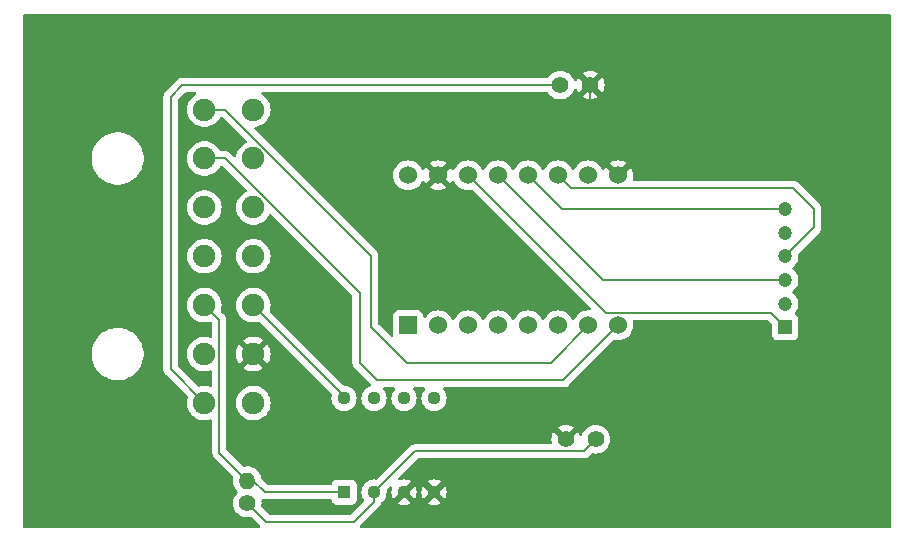
<source format=gbr>
%TF.GenerationSoftware,KiCad,Pcbnew,8.0.7*%
%TF.CreationDate,2025-02-17T19:38:04-05:00*%
%TF.ProjectId,peripheralBoard,70657269-7068-4657-9261-6c426f617264,rev?*%
%TF.SameCoordinates,Original*%
%TF.FileFunction,Copper,L1,Top*%
%TF.FilePolarity,Positive*%
%FSLAX46Y46*%
G04 Gerber Fmt 4.6, Leading zero omitted, Abs format (unit mm)*
G04 Created by KiCad (PCBNEW 8.0.7) date 2025-02-17 19:38:04*
%MOMM*%
%LPD*%
G01*
G04 APERTURE LIST*
%TA.AperFunction,ComponentPad*%
%ADD10C,1.200000*%
%TD*%
%TA.AperFunction,ComponentPad*%
%ADD11R,1.200000X1.200000*%
%TD*%
%TA.AperFunction,ComponentPad*%
%ADD12C,1.908000*%
%TD*%
%TA.AperFunction,ComponentPad*%
%ADD13R,1.130000X1.130000*%
%TD*%
%TA.AperFunction,ComponentPad*%
%ADD14C,1.130000*%
%TD*%
%TA.AperFunction,ComponentPad*%
%ADD15R,1.530000X1.530000*%
%TD*%
%TA.AperFunction,ComponentPad*%
%ADD16C,1.530000*%
%TD*%
%TA.AperFunction,ComponentPad*%
%ADD17C,1.400000*%
%TD*%
%TA.AperFunction,ComponentPad*%
%ADD18O,1.400000X1.400000*%
%TD*%
%TA.AperFunction,ComponentPad*%
%ADD19C,1.422400*%
%TD*%
%TA.AperFunction,Conductor*%
%ADD20C,0.200000*%
%TD*%
G04 APERTURE END LIST*
D10*
%TO.P,J3,3,3*%
%TO.N,/A-*%
X224050000Y-76012500D03*
%TO.P,J3,4,4*%
%TO.N,/B+*%
X224050000Y-74012500D03*
%TO.P,J3,5,5*%
%TO.N,unconnected-(J3-Pad5)*%
X224050000Y-72012500D03*
%TO.P,J3,6,6*%
%TO.N,/A+*%
X224050000Y-70012500D03*
%TO.P,J3,2,2*%
%TO.N,unconnected-(J3-Pad2)*%
X224050000Y-78012500D03*
D11*
%TO.P,J3,1,1*%
%TO.N,/B-*%
X224050000Y-80012500D03*
%TD*%
D12*
%TO.P,J1,14,14*%
%TO.N,/step2*%
X174861602Y-61580002D03*
%TO.P,J1,13,13*%
%TO.N,/dir2*%
X174861602Y-65720001D03*
%TO.P,J1,12,12*%
%TO.N,unconnected-(J1-Pad12)*%
X174861602Y-69860001D03*
%TO.P,J1,11,11*%
%TO.N,unconnected-(J1-Pad11)*%
X174861602Y-74000000D03*
%TO.P,J1,10,10*%
%TO.N,/pressureCS2*%
X174861602Y-78139999D03*
%TO.P,J1,9,9*%
%TO.N,/irVout2*%
X174861602Y-82279999D03*
%TO.P,J1,8,8*%
%TO.N,/irVin*%
X174861602Y-86419998D03*
%TO.P,J1,7,7*%
%TO.N,/MOSI*%
X179001599Y-61580002D03*
%TO.P,J1,6,6*%
%TO.N,/MISO*%
X179001599Y-65720001D03*
%TO.P,J1,5,5*%
%TO.N,/SCK*%
X179001599Y-69860001D03*
%TO.P,J1,4,4*%
%TO.N,+12V*%
X179001599Y-74000000D03*
%TO.P,J1,3,3*%
%TO.N,+5V*%
X179001599Y-78139999D03*
%TO.P,J1,2,2*%
%TO.N,GND*%
X179001599Y-82279999D03*
%TO.P,J1,1,1*%
%TO.N,/3V3*%
X179001599Y-86419998D03*
%TD*%
D13*
%TO.P,U2,1,1OUT*%
%TO.N,/pressureCS2*%
X186690000Y-93970000D03*
D14*
%TO.P,U2,2,1IN-*%
%TO.N,/IN-*%
X189230000Y-93970000D03*
%TO.P,U2,3,1IN+*%
%TO.N,GND*%
X191770000Y-93970000D03*
%TO.P,U2,4,GND*%
X194310000Y-93970000D03*
%TO.P,U2,5,2IN+*%
%TO.N,unconnected-(U2-2IN+-Pad5)*%
X194310000Y-86030000D03*
%TO.P,U2,6,2IN-*%
%TO.N,unconnected-(U2-2IN--Pad6)*%
X191770000Y-86030000D03*
%TO.P,U2,7,2OUT*%
%TO.N,unconnected-(U2-2OUT-Pad7)*%
X189230000Y-86030000D03*
%TO.P,U2,8,VCC*%
%TO.N,+5V*%
X186690000Y-86030000D03*
%TD*%
D15*
%TO.P,U1,1,~{ENABLE}*%
%TO.N,unconnected-(U1-~{ENABLE}-Pad1)*%
X192110000Y-79850000D03*
D16*
%TO.P,U1,2,MS1*%
%TO.N,unconnected-(U1-MS1-Pad2)*%
X194650000Y-79850000D03*
%TO.P,U1,3,MS2*%
%TO.N,unconnected-(U1-MS2-Pad3)*%
X197190000Y-79850000D03*
%TO.P,U1,4,MS3*%
%TO.N,unconnected-(U1-MS3-Pad4)*%
X199730000Y-79850000D03*
%TO.P,U1,5,~{RESET}*%
%TO.N,unconnected-(U1-~{RESET}-Pad5)*%
X202270000Y-79850000D03*
%TO.P,U1,6,~{SLEEP}*%
%TO.N,unconnected-(U1-~{SLEEP}-Pad6)*%
X204810000Y-79850000D03*
%TO.P,U1,7,STEP*%
%TO.N,/step2*%
X207350000Y-79850000D03*
%TO.P,U1,8,DIR*%
%TO.N,/dir2*%
X209890000Y-79850000D03*
%TO.P,U1,9,GND*%
%TO.N,GND*%
X209890000Y-67150000D03*
%TO.P,U1,10,VDD*%
%TO.N,+12V*%
X207350000Y-67150000D03*
%TO.P,U1,11,1B*%
%TO.N,/B+*%
X204810000Y-67150000D03*
%TO.P,U1,12,1A*%
%TO.N,/A+*%
X202270000Y-67150000D03*
%TO.P,U1,13,2A*%
%TO.N,/A-*%
X199730000Y-67150000D03*
%TO.P,U1,14,2B*%
%TO.N,/B-*%
X197190000Y-67150000D03*
%TO.P,U1,15,GND*%
%TO.N,GND*%
X194650000Y-67150000D03*
%TO.P,U1,16,VMOT*%
%TO.N,unconnected-(U1-VMOT-Pad16)*%
X192110000Y-67150000D03*
%TD*%
D17*
%TO.P,R1,1*%
%TO.N,/IN-*%
X178500000Y-94900000D03*
D18*
%TO.P,R1,2*%
%TO.N,/pressureCS2*%
X178500000Y-93000000D03*
%TD*%
D19*
%TO.P,J4,1,1*%
%TO.N,/IN-*%
X208000000Y-89500000D03*
%TO.P,J4,2,2*%
%TO.N,GND*%
X205460000Y-89500000D03*
%TD*%
%TO.P,J2,1,1*%
%TO.N,/irVin*%
X205000000Y-59500000D03*
%TO.P,J2,2,2*%
%TO.N,GND*%
X207540000Y-59500000D03*
%TD*%
D20*
%TO.N,/B+*%
X226500000Y-71562500D02*
X224050000Y-74012500D01*
X224715000Y-68215000D02*
X226500000Y-70000000D01*
X226500000Y-70000000D02*
X226500000Y-71562500D01*
X205875000Y-68215000D02*
X224715000Y-68215000D01*
X204810000Y-67150000D02*
X205875000Y-68215000D01*
%TO.N,/step2*%
X204200000Y-83000000D02*
X207350000Y-79850000D01*
X189000000Y-80000000D02*
X192000000Y-83000000D01*
X192000000Y-83000000D02*
X204200000Y-83000000D01*
X189000000Y-73944978D02*
X189000000Y-80000000D01*
X174861602Y-61580002D02*
X176635024Y-61580002D01*
X176635024Y-61580002D02*
X189000000Y-73944978D01*
%TO.N,/dir2*%
X176635023Y-65720001D02*
X174861602Y-65720001D01*
X188000000Y-77084978D02*
X176635023Y-65720001D01*
X189500000Y-84500000D02*
X188000000Y-83000000D01*
X205240000Y-84500000D02*
X189500000Y-84500000D01*
X209890000Y-79850000D02*
X205240000Y-84500000D01*
X188000000Y-83000000D02*
X188000000Y-77084978D01*
%TO.N,+5V*%
X186690000Y-85828400D02*
X186690000Y-86030000D01*
X179001599Y-78139999D02*
X186690000Y-85828400D01*
%TO.N,/IN-*%
X192688800Y-90511200D02*
X189230000Y-93970000D01*
X206988800Y-90511200D02*
X192688800Y-90511200D01*
X208000000Y-89500000D02*
X206988800Y-90511200D01*
%TO.N,/pressureCS2*%
X179970000Y-93970000D02*
X186690000Y-93970000D01*
X179000000Y-93000000D02*
X179970000Y-93970000D01*
X178500000Y-93000000D02*
X179000000Y-93000000D01*
%TO.N,/IN-*%
X189230000Y-94770000D02*
X187500000Y-96500000D01*
X189230000Y-93970000D02*
X189230000Y-94770000D01*
X180100000Y-96500000D02*
X187500000Y-96500000D01*
X178500000Y-94900000D02*
X180100000Y-96500000D01*
%TO.N,/pressureCS2*%
X176115602Y-79393999D02*
X174861602Y-78139999D01*
X176115602Y-90615602D02*
X176115602Y-79393999D01*
X178500000Y-93000000D02*
X176115602Y-90615602D01*
%TO.N,/irVin*%
X172000000Y-60500000D02*
X172000000Y-83558396D01*
X173000000Y-59500000D02*
X172000000Y-60500000D01*
X205000000Y-59500000D02*
X173000000Y-59500000D01*
X172000000Y-83558396D02*
X174861602Y-86419998D01*
%TO.N,GND*%
X207540000Y-64800000D02*
X209890000Y-67150000D01*
X207540000Y-59500000D02*
X207540000Y-64800000D01*
%TO.N,/A+*%
X202270000Y-67150000D02*
X205132500Y-70012500D01*
X205132500Y-70012500D02*
X224050000Y-70012500D01*
%TO.N,/A-*%
X208592500Y-76012500D02*
X224050000Y-76012500D01*
X199730000Y-67150000D02*
X208592500Y-76012500D01*
%TO.N,/B-*%
X222822500Y-78785000D02*
X224050000Y-80012500D01*
X197190000Y-67150000D02*
X208825000Y-78785000D01*
X208825000Y-78785000D02*
X222822500Y-78785000D01*
%TD*%
%TA.AperFunction,Conductor*%
%TO.N,GND*%
G36*
X232942539Y-53520185D02*
G01*
X232988294Y-53572989D01*
X232999500Y-53624500D01*
X232999500Y-96875500D01*
X232979815Y-96942539D01*
X232927011Y-96988294D01*
X232875500Y-96999500D01*
X188149096Y-96999500D01*
X188082057Y-96979815D01*
X188036302Y-96927011D01*
X188026358Y-96857853D01*
X188055383Y-96794297D01*
X188061415Y-96787819D01*
X188789617Y-96059617D01*
X189588506Y-95260728D01*
X189588511Y-95260724D01*
X189598714Y-95250520D01*
X189598716Y-95250520D01*
X189710520Y-95138716D01*
X189727218Y-95109792D01*
X189789576Y-95001786D01*
X189789578Y-95001781D01*
X189816849Y-94900000D01*
X189817954Y-94895875D01*
X189854318Y-94836215D01*
X189859041Y-94832134D01*
X189987067Y-94727067D01*
X190120217Y-94564824D01*
X190219156Y-94379722D01*
X190280083Y-94178874D01*
X190300655Y-93970000D01*
X190286550Y-93826795D01*
X190299569Y-93758150D01*
X190322269Y-93726964D01*
X190558651Y-93490582D01*
X190619972Y-93457099D01*
X190689664Y-93462083D01*
X190745597Y-93503955D01*
X190770014Y-93569419D01*
X190764991Y-93614260D01*
X190720409Y-93761225D01*
X190699847Y-93970000D01*
X190720409Y-94178774D01*
X190781309Y-94379534D01*
X190859892Y-94526552D01*
X190859893Y-94526552D01*
X191380000Y-94006445D01*
X191380000Y-94021344D01*
X191406578Y-94120534D01*
X191457923Y-94209465D01*
X191530535Y-94282077D01*
X191619466Y-94333422D01*
X191718656Y-94360000D01*
X191733553Y-94360000D01*
X191213445Y-94880106D01*
X191360465Y-94958690D01*
X191561227Y-95019590D01*
X191561223Y-95019590D01*
X191770000Y-95040152D01*
X191978774Y-95019590D01*
X192179532Y-94958690D01*
X192326553Y-94880105D01*
X191806448Y-94360000D01*
X191821344Y-94360000D01*
X191920534Y-94333422D01*
X192009465Y-94282077D01*
X192082077Y-94209465D01*
X192133422Y-94120534D01*
X192160000Y-94021344D01*
X192160000Y-94006447D01*
X192680105Y-94526552D01*
X192758690Y-94379532D01*
X192819590Y-94178774D01*
X192840152Y-93970000D01*
X193239847Y-93970000D01*
X193260409Y-94178774D01*
X193321309Y-94379534D01*
X193399892Y-94526552D01*
X193399893Y-94526552D01*
X193920000Y-94006445D01*
X193920000Y-94021344D01*
X193946578Y-94120534D01*
X193997923Y-94209465D01*
X194070535Y-94282077D01*
X194159466Y-94333422D01*
X194258656Y-94360000D01*
X194273553Y-94360000D01*
X193753445Y-94880106D01*
X193900465Y-94958690D01*
X194101227Y-95019590D01*
X194101223Y-95019590D01*
X194310000Y-95040152D01*
X194518774Y-95019590D01*
X194719532Y-94958690D01*
X194866553Y-94880105D01*
X194346448Y-94360000D01*
X194361344Y-94360000D01*
X194460534Y-94333422D01*
X194549465Y-94282077D01*
X194622077Y-94209465D01*
X194673422Y-94120534D01*
X194700000Y-94021344D01*
X194700000Y-94006447D01*
X195220105Y-94526552D01*
X195298690Y-94379532D01*
X195359590Y-94178774D01*
X195380152Y-93970000D01*
X195359590Y-93761225D01*
X195298690Y-93560465D01*
X195220106Y-93413445D01*
X194700000Y-93933551D01*
X194700000Y-93918656D01*
X194673422Y-93819466D01*
X194622077Y-93730535D01*
X194549465Y-93657923D01*
X194460534Y-93606578D01*
X194361344Y-93580000D01*
X194346447Y-93580000D01*
X194866552Y-93059893D01*
X194866552Y-93059892D01*
X194719534Y-92981309D01*
X194518772Y-92920409D01*
X194518776Y-92920409D01*
X194310000Y-92899847D01*
X194101225Y-92920409D01*
X193900471Y-92981307D01*
X193753446Y-93059893D01*
X194273554Y-93580000D01*
X194258656Y-93580000D01*
X194159466Y-93606578D01*
X194070535Y-93657923D01*
X193997923Y-93730535D01*
X193946578Y-93819466D01*
X193920000Y-93918656D01*
X193920000Y-93933553D01*
X193399893Y-93413446D01*
X193321307Y-93560471D01*
X193260409Y-93761225D01*
X193239847Y-93970000D01*
X192840152Y-93970000D01*
X192819590Y-93761225D01*
X192758690Y-93560465D01*
X192680106Y-93413445D01*
X192160000Y-93933551D01*
X192160000Y-93918656D01*
X192133422Y-93819466D01*
X192082077Y-93730535D01*
X192009465Y-93657923D01*
X191920534Y-93606578D01*
X191821344Y-93580000D01*
X191806445Y-93580000D01*
X192326552Y-93059893D01*
X192326552Y-93059892D01*
X192179534Y-92981309D01*
X191978772Y-92920409D01*
X191978776Y-92920409D01*
X191770000Y-92899847D01*
X191561225Y-92920409D01*
X191414261Y-92964990D01*
X191344394Y-92965613D01*
X191285281Y-92928364D01*
X191255690Y-92865070D01*
X191265017Y-92795826D01*
X191290581Y-92758652D01*
X192901216Y-91148019D01*
X192962539Y-91114534D01*
X192988897Y-91111700D01*
X206902131Y-91111700D01*
X206902147Y-91111701D01*
X206909743Y-91111701D01*
X207067854Y-91111701D01*
X207067857Y-91111701D01*
X207220585Y-91070777D01*
X207270704Y-91041839D01*
X207357516Y-90991720D01*
X207469320Y-90879916D01*
X207469320Y-90879914D01*
X207479528Y-90869707D01*
X207479530Y-90869704D01*
X207629800Y-90719433D01*
X207691121Y-90685950D01*
X207749574Y-90687342D01*
X207788779Y-90697847D01*
X207788780Y-90697847D01*
X207788787Y-90697849D01*
X207981520Y-90714711D01*
X207999999Y-90716328D01*
X208000000Y-90716328D01*
X208000001Y-90716328D01*
X208035202Y-90713248D01*
X208211213Y-90697849D01*
X208416009Y-90642974D01*
X208608164Y-90553371D01*
X208781841Y-90431761D01*
X208931761Y-90281841D01*
X209053371Y-90108164D01*
X209142974Y-89916009D01*
X209197849Y-89711213D01*
X209216328Y-89500000D01*
X209197849Y-89288787D01*
X209142974Y-89083991D01*
X209053371Y-88891836D01*
X209053369Y-88891833D01*
X209053368Y-88891831D01*
X208931764Y-88718163D01*
X208931759Y-88718157D01*
X208781842Y-88568240D01*
X208781836Y-88568235D01*
X208608168Y-88446631D01*
X208608164Y-88446629D01*
X208416009Y-88357026D01*
X208416005Y-88357025D01*
X208416001Y-88357023D01*
X208211218Y-88302152D01*
X208211208Y-88302150D01*
X208000001Y-88283672D01*
X207999999Y-88283672D01*
X207788791Y-88302150D01*
X207788781Y-88302152D01*
X207583998Y-88357023D01*
X207583989Y-88357027D01*
X207391835Y-88446629D01*
X207391831Y-88446631D01*
X207218163Y-88568235D01*
X207218157Y-88568240D01*
X207068240Y-88718157D01*
X207068235Y-88718163D01*
X206946631Y-88891831D01*
X206946629Y-88891835D01*
X206857027Y-89083989D01*
X206857023Y-89083999D01*
X206849515Y-89112018D01*
X206813149Y-89171677D01*
X206750301Y-89202205D01*
X206680926Y-89193908D01*
X206627049Y-89149421D01*
X206609965Y-89112011D01*
X206602505Y-89084166D01*
X206602502Y-89084161D01*
X206512934Y-88892083D01*
X206475266Y-88838286D01*
X206475265Y-88838285D01*
X205908016Y-89405535D01*
X205886042Y-89323527D01*
X205825851Y-89219273D01*
X205740727Y-89134149D01*
X205636473Y-89073958D01*
X205554463Y-89051983D01*
X206121713Y-88484733D01*
X206067914Y-88447063D01*
X206067912Y-88447062D01*
X205875838Y-88357497D01*
X205875829Y-88357493D01*
X205671131Y-88302645D01*
X205671120Y-88302643D01*
X205460002Y-88284173D01*
X205459998Y-88284173D01*
X205248879Y-88302643D01*
X205248868Y-88302645D01*
X205044170Y-88357493D01*
X205044161Y-88357497D01*
X204852088Y-88447062D01*
X204798286Y-88484733D01*
X205365536Y-89051983D01*
X205283527Y-89073958D01*
X205179273Y-89134149D01*
X205094149Y-89219273D01*
X205033958Y-89323527D01*
X205011983Y-89405536D01*
X204444733Y-88838286D01*
X204407062Y-88892088D01*
X204317497Y-89084161D01*
X204317493Y-89084170D01*
X204262645Y-89288868D01*
X204262643Y-89288879D01*
X204244173Y-89499998D01*
X204244173Y-89500000D01*
X204262643Y-89711120D01*
X204262644Y-89711127D01*
X204274295Y-89754606D01*
X204272632Y-89824456D01*
X204233470Y-89882319D01*
X204169242Y-89909823D01*
X204154520Y-89910700D01*
X192775469Y-89910700D01*
X192775453Y-89910699D01*
X192767857Y-89910699D01*
X192609743Y-89910699D01*
X192502387Y-89939465D01*
X192457010Y-89951624D01*
X192457009Y-89951625D01*
X192406896Y-89980559D01*
X192406895Y-89980560D01*
X192363489Y-90005620D01*
X192320085Y-90030679D01*
X192320082Y-90030681D01*
X192208278Y-90142486D01*
X189473037Y-92877726D01*
X189411714Y-92911211D01*
X189373203Y-92913448D01*
X189230000Y-92899345D01*
X189021123Y-92919917D01*
X188820276Y-92980844D01*
X188635181Y-93079779D01*
X188635174Y-93079783D01*
X188472932Y-93212932D01*
X188339783Y-93375174D01*
X188339779Y-93375181D01*
X188240844Y-93560276D01*
X188179917Y-93761123D01*
X188159345Y-93970000D01*
X188179917Y-94178876D01*
X188240844Y-94379723D01*
X188339779Y-94564818D01*
X188339783Y-94564825D01*
X188379441Y-94613148D01*
X188406754Y-94677458D01*
X188394963Y-94746326D01*
X188371269Y-94779494D01*
X187287584Y-95863181D01*
X187226261Y-95896666D01*
X187199903Y-95899500D01*
X180400098Y-95899500D01*
X180333059Y-95879815D01*
X180312417Y-95863181D01*
X179711314Y-95262079D01*
X179677829Y-95200756D01*
X179679730Y-95140460D01*
X179680226Y-95138717D01*
X179685115Y-95121536D01*
X179705643Y-94900000D01*
X179703799Y-94880105D01*
X179701695Y-94857391D01*
X179686044Y-94688493D01*
X179699459Y-94619927D01*
X179747816Y-94569495D01*
X179815762Y-94553212D01*
X179841598Y-94557278D01*
X179890943Y-94570500D01*
X180049057Y-94570500D01*
X185517966Y-94570500D01*
X185585005Y-94590185D01*
X185630760Y-94642989D01*
X185634148Y-94651167D01*
X185681202Y-94777328D01*
X185681206Y-94777335D01*
X185767452Y-94892544D01*
X185767455Y-94892547D01*
X185882664Y-94978793D01*
X185882671Y-94978797D01*
X186017517Y-95029091D01*
X186017516Y-95029091D01*
X186024444Y-95029835D01*
X186077127Y-95035500D01*
X187302872Y-95035499D01*
X187362483Y-95029091D01*
X187497331Y-94978796D01*
X187612546Y-94892546D01*
X187698796Y-94777331D01*
X187749091Y-94642483D01*
X187755500Y-94582873D01*
X187755499Y-93357128D01*
X187749091Y-93297517D01*
X187720752Y-93221537D01*
X187698797Y-93162671D01*
X187698793Y-93162664D01*
X187612547Y-93047455D01*
X187612544Y-93047452D01*
X187497335Y-92961206D01*
X187497328Y-92961202D01*
X187362482Y-92910908D01*
X187362483Y-92910908D01*
X187302883Y-92904501D01*
X187302881Y-92904500D01*
X187302873Y-92904500D01*
X187302864Y-92904500D01*
X186077129Y-92904500D01*
X186077123Y-92904501D01*
X186017516Y-92910908D01*
X185882671Y-92961202D01*
X185882664Y-92961206D01*
X185767455Y-93047452D01*
X185767452Y-93047455D01*
X185681206Y-93162664D01*
X185681202Y-93162671D01*
X185634148Y-93288833D01*
X185592277Y-93344767D01*
X185526813Y-93369184D01*
X185517966Y-93369500D01*
X180270097Y-93369500D01*
X180203058Y-93349815D01*
X180182416Y-93333181D01*
X179722637Y-92873402D01*
X179689152Y-92812079D01*
X179686847Y-92797160D01*
X179685115Y-92778464D01*
X179624229Y-92564472D01*
X179624224Y-92564461D01*
X179525061Y-92365316D01*
X179525056Y-92365308D01*
X179390979Y-92187761D01*
X179226562Y-92037876D01*
X179226560Y-92037874D01*
X179037404Y-91920754D01*
X179037398Y-91920752D01*
X178829940Y-91840382D01*
X178611243Y-91799500D01*
X178388757Y-91799500D01*
X178318734Y-91812589D01*
X178250783Y-91825291D01*
X178181268Y-91818259D01*
X178140318Y-91791083D01*
X176752421Y-90403186D01*
X176718936Y-90341863D01*
X176716102Y-90315505D01*
X176716102Y-86419991D01*
X177542114Y-86419991D01*
X177542114Y-86420004D01*
X177562017Y-86660213D01*
X177562019Y-86660224D01*
X177621192Y-86893890D01*
X177718020Y-87114637D01*
X177849858Y-87316429D01*
X177849861Y-87316433D01*
X178013119Y-87493778D01*
X178013123Y-87493781D01*
X178203336Y-87641830D01*
X178203338Y-87641831D01*
X178203341Y-87641833D01*
X178326580Y-87708525D01*
X178415331Y-87756555D01*
X178643317Y-87834823D01*
X178881076Y-87874498D01*
X178881077Y-87874498D01*
X179122121Y-87874498D01*
X179122122Y-87874498D01*
X179359881Y-87834823D01*
X179587867Y-87756555D01*
X179799862Y-87641830D01*
X179990081Y-87493776D01*
X180153338Y-87316432D01*
X180285178Y-87114636D01*
X180382005Y-86893892D01*
X180441179Y-86660221D01*
X180461084Y-86419998D01*
X180461084Y-86419991D01*
X180441180Y-86179782D01*
X180441178Y-86179771D01*
X180438300Y-86168406D01*
X180382005Y-85946104D01*
X180285178Y-85725360D01*
X180250711Y-85672605D01*
X180153339Y-85523566D01*
X180153338Y-85523564D01*
X179990081Y-85346220D01*
X179990080Y-85346219D01*
X179990078Y-85346217D01*
X179990074Y-85346214D01*
X179799865Y-85198168D01*
X179799856Y-85198162D01*
X179587873Y-85083444D01*
X179587870Y-85083443D01*
X179587867Y-85083441D01*
X179587861Y-85083439D01*
X179587859Y-85083438D01*
X179359883Y-85005173D01*
X179149664Y-84970094D01*
X179122122Y-84965498D01*
X178881076Y-84965498D01*
X178853534Y-84970094D01*
X178643314Y-85005173D01*
X178415338Y-85083438D01*
X178415324Y-85083444D01*
X178203341Y-85198162D01*
X178203332Y-85198168D01*
X178013123Y-85346214D01*
X178013119Y-85346217D01*
X177849861Y-85523562D01*
X177849858Y-85523566D01*
X177718020Y-85725358D01*
X177621192Y-85946105D01*
X177562019Y-86179771D01*
X177562017Y-86179782D01*
X177542114Y-86419991D01*
X176716102Y-86419991D01*
X176716102Y-82279993D01*
X177542616Y-82279993D01*
X177542616Y-82280004D01*
X177562514Y-82520136D01*
X177621668Y-82753730D01*
X177718461Y-82974397D01*
X177811396Y-83116645D01*
X178363436Y-82564606D01*
X178382596Y-82610863D01*
X178459038Y-82725267D01*
X178556331Y-82822560D01*
X178670735Y-82899002D01*
X178716990Y-82918161D01*
X178164321Y-83470829D01*
X178164321Y-83470830D01*
X178203609Y-83501409D01*
X178415530Y-83616096D01*
X178415539Y-83616099D01*
X178643437Y-83694337D01*
X178881117Y-83733999D01*
X179122081Y-83733999D01*
X179359760Y-83694337D01*
X179587658Y-83616099D01*
X179587666Y-83616096D01*
X179799590Y-83501408D01*
X179838875Y-83470829D01*
X179838876Y-83470829D01*
X179286207Y-82918161D01*
X179332463Y-82899002D01*
X179446867Y-82822560D01*
X179544160Y-82725267D01*
X179620602Y-82610863D01*
X179639761Y-82564608D01*
X180191799Y-83116646D01*
X180284735Y-82974399D01*
X180381529Y-82753730D01*
X180440683Y-82520136D01*
X180460582Y-82280004D01*
X180460582Y-82279993D01*
X180440683Y-82039861D01*
X180381529Y-81806267D01*
X180284737Y-81585603D01*
X180191799Y-81443350D01*
X179639761Y-81995389D01*
X179620602Y-81949135D01*
X179544160Y-81834731D01*
X179446867Y-81737438D01*
X179332463Y-81660996D01*
X179286207Y-81641836D01*
X179838875Y-81089167D01*
X179799585Y-81058586D01*
X179587667Y-80943901D01*
X179587658Y-80943898D01*
X179359760Y-80865660D01*
X179122081Y-80825999D01*
X178881117Y-80825999D01*
X178643437Y-80865660D01*
X178415539Y-80943898D01*
X178415530Y-80943901D01*
X178203613Y-81058586D01*
X178164321Y-81089167D01*
X178716990Y-81641836D01*
X178670735Y-81660996D01*
X178556331Y-81737438D01*
X178459038Y-81834731D01*
X178382596Y-81949135D01*
X178363436Y-81995390D01*
X177811396Y-81443350D01*
X177718461Y-81585600D01*
X177621668Y-81806267D01*
X177562514Y-82039861D01*
X177542616Y-82279993D01*
X176716102Y-82279993D01*
X176716102Y-79483059D01*
X176716103Y-79483046D01*
X176716103Y-79314944D01*
X176716103Y-79314942D01*
X176675179Y-79162214D01*
X176625128Y-79075524D01*
X176596122Y-79025283D01*
X176484318Y-78913479D01*
X176484317Y-78913478D01*
X176479987Y-78909148D01*
X176479976Y-78909138D01*
X176280255Y-78709417D01*
X176246770Y-78648094D01*
X176247729Y-78591297D01*
X176301182Y-78380222D01*
X176301183Y-78380214D01*
X176321087Y-78140005D01*
X176321087Y-78139992D01*
X177542114Y-78139992D01*
X177542114Y-78140005D01*
X177562017Y-78380214D01*
X177562019Y-78380225D01*
X177621192Y-78613891D01*
X177718020Y-78834638D01*
X177811368Y-78977517D01*
X177849860Y-79036433D01*
X177964518Y-79160985D01*
X178013119Y-79213779D01*
X178013123Y-79213782D01*
X178143093Y-79314942D01*
X178203336Y-79361831D01*
X178203338Y-79361832D01*
X178203341Y-79361834D01*
X178248693Y-79386377D01*
X178415331Y-79476556D01*
X178643317Y-79554824D01*
X178881076Y-79594499D01*
X178881077Y-79594499D01*
X179122121Y-79594499D01*
X179122122Y-79594499D01*
X179359881Y-79554824D01*
X179440999Y-79526975D01*
X179510794Y-79523826D01*
X179568941Y-79556576D01*
X185632415Y-85620050D01*
X185665900Y-85681373D01*
X185663395Y-85743725D01*
X185639917Y-85821125D01*
X185619345Y-86030000D01*
X185639917Y-86238876D01*
X185700844Y-86439723D01*
X185799779Y-86624818D01*
X185799783Y-86624825D01*
X185932932Y-86787067D01*
X186095174Y-86920216D01*
X186095181Y-86920220D01*
X186280276Y-87019155D01*
X186280278Y-87019156D01*
X186481126Y-87080083D01*
X186690000Y-87100655D01*
X186898874Y-87080083D01*
X187099722Y-87019156D01*
X187284824Y-86920217D01*
X187447067Y-86787067D01*
X187580217Y-86624824D01*
X187679156Y-86439722D01*
X187740083Y-86238874D01*
X187760655Y-86030000D01*
X187740083Y-85821126D01*
X187679156Y-85620278D01*
X187679034Y-85620050D01*
X187580220Y-85435181D01*
X187580216Y-85435174D01*
X187447067Y-85272932D01*
X187284825Y-85139783D01*
X187284818Y-85139779D01*
X187099723Y-85040844D01*
X186898876Y-84979917D01*
X186712168Y-84961528D01*
X186647381Y-84935367D01*
X186636641Y-84925806D01*
X180420252Y-78709417D01*
X180386767Y-78648094D01*
X180387726Y-78591297D01*
X180441179Y-78380222D01*
X180441180Y-78380214D01*
X180461084Y-78140005D01*
X180461084Y-78139992D01*
X180441180Y-77899783D01*
X180441178Y-77899772D01*
X180382005Y-77666106D01*
X180358821Y-77613252D01*
X180285178Y-77445361D01*
X180153338Y-77243565D01*
X179990081Y-77066221D01*
X179990080Y-77066220D01*
X179990078Y-77066218D01*
X179990074Y-77066215D01*
X179799865Y-76918169D01*
X179799856Y-76918163D01*
X179587873Y-76803445D01*
X179587870Y-76803444D01*
X179587867Y-76803442D01*
X179587861Y-76803440D01*
X179587859Y-76803439D01*
X179359883Y-76725174D01*
X179201375Y-76698724D01*
X179122122Y-76685499D01*
X178881076Y-76685499D01*
X178821636Y-76695417D01*
X178643314Y-76725174D01*
X178415338Y-76803439D01*
X178415324Y-76803445D01*
X178203341Y-76918163D01*
X178203332Y-76918169D01*
X178013123Y-77066215D01*
X178013119Y-77066218D01*
X177849861Y-77243563D01*
X177849858Y-77243567D01*
X177718020Y-77445359D01*
X177621192Y-77666106D01*
X177562019Y-77899772D01*
X177562017Y-77899783D01*
X177542114Y-78139992D01*
X176321087Y-78139992D01*
X176301183Y-77899783D01*
X176301181Y-77899772D01*
X176242008Y-77666106D01*
X176218824Y-77613252D01*
X176145181Y-77445361D01*
X176013341Y-77243565D01*
X175850084Y-77066221D01*
X175850083Y-77066220D01*
X175850081Y-77066218D01*
X175850077Y-77066215D01*
X175659868Y-76918169D01*
X175659859Y-76918163D01*
X175447876Y-76803445D01*
X175447873Y-76803444D01*
X175447870Y-76803442D01*
X175447864Y-76803440D01*
X175447862Y-76803439D01*
X175219886Y-76725174D01*
X175061378Y-76698724D01*
X174982125Y-76685499D01*
X174741079Y-76685499D01*
X174681639Y-76695417D01*
X174503317Y-76725174D01*
X174275341Y-76803439D01*
X174275327Y-76803445D01*
X174063344Y-76918163D01*
X174063335Y-76918169D01*
X173873126Y-77066215D01*
X173873122Y-77066218D01*
X173709864Y-77243563D01*
X173709861Y-77243567D01*
X173578023Y-77445359D01*
X173481195Y-77666106D01*
X173422022Y-77899772D01*
X173422020Y-77899783D01*
X173402117Y-78139992D01*
X173402117Y-78140005D01*
X173422020Y-78380214D01*
X173422022Y-78380225D01*
X173481195Y-78613891D01*
X173578023Y-78834638D01*
X173671371Y-78977517D01*
X173709863Y-79036433D01*
X173824521Y-79160985D01*
X173873122Y-79213779D01*
X173873126Y-79213782D01*
X174003096Y-79314942D01*
X174063339Y-79361831D01*
X174063341Y-79361832D01*
X174063344Y-79361834D01*
X174108696Y-79386377D01*
X174275334Y-79476556D01*
X174503320Y-79554824D01*
X174741079Y-79594499D01*
X174741080Y-79594499D01*
X174982124Y-79594499D01*
X174982125Y-79594499D01*
X175219884Y-79554824D01*
X175301002Y-79526975D01*
X175370797Y-79523826D01*
X175428944Y-79556576D01*
X175478783Y-79606415D01*
X175512268Y-79667738D01*
X175515102Y-79694096D01*
X175515102Y-80792849D01*
X175495417Y-80859888D01*
X175442613Y-80905643D01*
X175373455Y-80915587D01*
X175350839Y-80910130D01*
X175219886Y-80865174D01*
X175061378Y-80838724D01*
X174982125Y-80825499D01*
X174741079Y-80825499D01*
X174681639Y-80835417D01*
X174503317Y-80865174D01*
X174275341Y-80943439D01*
X174275327Y-80943445D01*
X174063344Y-81058163D01*
X174063335Y-81058169D01*
X173873126Y-81206215D01*
X173873122Y-81206218D01*
X173709864Y-81383563D01*
X173709861Y-81383567D01*
X173578023Y-81585359D01*
X173481195Y-81806106D01*
X173422022Y-82039772D01*
X173422020Y-82039783D01*
X173402117Y-82279992D01*
X173402117Y-82280005D01*
X173422020Y-82520214D01*
X173422022Y-82520225D01*
X173481195Y-82753891D01*
X173578023Y-82974638D01*
X173670802Y-83116646D01*
X173709863Y-83176433D01*
X173809490Y-83284657D01*
X173873122Y-83353779D01*
X173873126Y-83353782D01*
X174062797Y-83501409D01*
X174063339Y-83501831D01*
X174063341Y-83501832D01*
X174063344Y-83501834D01*
X174170038Y-83559573D01*
X174275334Y-83616556D01*
X174503320Y-83694824D01*
X174741079Y-83734499D01*
X174741080Y-83734499D01*
X174982124Y-83734499D01*
X174982125Y-83734499D01*
X175219884Y-83694824D01*
X175350839Y-83649867D01*
X175420637Y-83646717D01*
X175481059Y-83681803D01*
X175512919Y-83743985D01*
X175515102Y-83767148D01*
X175515102Y-84932848D01*
X175495417Y-84999887D01*
X175442613Y-85045642D01*
X175373455Y-85055586D01*
X175350839Y-85050129D01*
X175219886Y-85005173D01*
X175009667Y-84970094D01*
X174982125Y-84965498D01*
X174741079Y-84965498D01*
X174713537Y-84970094D01*
X174503319Y-85005173D01*
X174422200Y-85033020D01*
X174352401Y-85036169D01*
X174294258Y-85003419D01*
X172636819Y-83345980D01*
X172603334Y-83284657D01*
X172600500Y-83258299D01*
X172600500Y-73999993D01*
X173402117Y-73999993D01*
X173402117Y-74000006D01*
X173422020Y-74240215D01*
X173422022Y-74240226D01*
X173481195Y-74473892D01*
X173578023Y-74694639D01*
X173618819Y-74757081D01*
X173709863Y-74896434D01*
X173826515Y-75023152D01*
X173873122Y-75073780D01*
X173873126Y-75073783D01*
X173946022Y-75130520D01*
X174063339Y-75221832D01*
X174063341Y-75221833D01*
X174063344Y-75221835D01*
X174148499Y-75267918D01*
X174275334Y-75336557D01*
X174503320Y-75414825D01*
X174741079Y-75454500D01*
X174741080Y-75454500D01*
X174982124Y-75454500D01*
X174982125Y-75454500D01*
X175219884Y-75414825D01*
X175447870Y-75336557D01*
X175659865Y-75221832D01*
X175850084Y-75073778D01*
X176013341Y-74896434D01*
X176145181Y-74694638D01*
X176242008Y-74473894D01*
X176301182Y-74240223D01*
X176305036Y-74193713D01*
X176321087Y-74000006D01*
X176321087Y-73999993D01*
X177542114Y-73999993D01*
X177542114Y-74000006D01*
X177562017Y-74240215D01*
X177562019Y-74240226D01*
X177621192Y-74473892D01*
X177718020Y-74694639D01*
X177758816Y-74757081D01*
X177849860Y-74896434D01*
X177966512Y-75023152D01*
X178013119Y-75073780D01*
X178013123Y-75073783D01*
X178086019Y-75130520D01*
X178203336Y-75221832D01*
X178203338Y-75221833D01*
X178203341Y-75221835D01*
X178288496Y-75267918D01*
X178415331Y-75336557D01*
X178643317Y-75414825D01*
X178881076Y-75454500D01*
X178881077Y-75454500D01*
X179122121Y-75454500D01*
X179122122Y-75454500D01*
X179359881Y-75414825D01*
X179587867Y-75336557D01*
X179799862Y-75221832D01*
X179990081Y-75073778D01*
X180153338Y-74896434D01*
X180285178Y-74694638D01*
X180382005Y-74473894D01*
X180441179Y-74240223D01*
X180445033Y-74193713D01*
X180461084Y-74000006D01*
X180461084Y-73999993D01*
X180441180Y-73759784D01*
X180441178Y-73759773D01*
X180429381Y-73713187D01*
X180382005Y-73526106D01*
X180285178Y-73305362D01*
X180153338Y-73103566D01*
X179990081Y-72926222D01*
X179990080Y-72926221D01*
X179990078Y-72926219D01*
X179990074Y-72926216D01*
X179799865Y-72778170D01*
X179799856Y-72778164D01*
X179587873Y-72663446D01*
X179587870Y-72663445D01*
X179587867Y-72663443D01*
X179587861Y-72663441D01*
X179587859Y-72663440D01*
X179359883Y-72585175D01*
X179201375Y-72558725D01*
X179122122Y-72545500D01*
X178881076Y-72545500D01*
X178821636Y-72555418D01*
X178643314Y-72585175D01*
X178415338Y-72663440D01*
X178415324Y-72663446D01*
X178203341Y-72778164D01*
X178203332Y-72778170D01*
X178013123Y-72926216D01*
X178013119Y-72926219D01*
X177849861Y-73103564D01*
X177849858Y-73103568D01*
X177718020Y-73305360D01*
X177621192Y-73526107D01*
X177562019Y-73759773D01*
X177562017Y-73759784D01*
X177542114Y-73999993D01*
X176321087Y-73999993D01*
X176301183Y-73759784D01*
X176301181Y-73759773D01*
X176289384Y-73713187D01*
X176242008Y-73526106D01*
X176145181Y-73305362D01*
X176013341Y-73103566D01*
X175850084Y-72926222D01*
X175850083Y-72926221D01*
X175850081Y-72926219D01*
X175850077Y-72926216D01*
X175659868Y-72778170D01*
X175659859Y-72778164D01*
X175447876Y-72663446D01*
X175447873Y-72663445D01*
X175447870Y-72663443D01*
X175447864Y-72663441D01*
X175447862Y-72663440D01*
X175219886Y-72585175D01*
X175061378Y-72558725D01*
X174982125Y-72545500D01*
X174741079Y-72545500D01*
X174681639Y-72555418D01*
X174503317Y-72585175D01*
X174275341Y-72663440D01*
X174275327Y-72663446D01*
X174063344Y-72778164D01*
X174063335Y-72778170D01*
X173873126Y-72926216D01*
X173873122Y-72926219D01*
X173709864Y-73103564D01*
X173709861Y-73103568D01*
X173578023Y-73305360D01*
X173481195Y-73526107D01*
X173422022Y-73759773D01*
X173422020Y-73759784D01*
X173402117Y-73999993D01*
X172600500Y-73999993D01*
X172600500Y-69859994D01*
X173402117Y-69859994D01*
X173402117Y-69860007D01*
X173422020Y-70100216D01*
X173422022Y-70100227D01*
X173481195Y-70333893D01*
X173578023Y-70554640D01*
X173616152Y-70613000D01*
X173709863Y-70756435D01*
X173848534Y-70907072D01*
X173873122Y-70933781D01*
X173873126Y-70933784D01*
X174063335Y-71081830D01*
X174063339Y-71081833D01*
X174063341Y-71081834D01*
X174063344Y-71081836D01*
X174153305Y-71130520D01*
X174275334Y-71196558D01*
X174503320Y-71274826D01*
X174741079Y-71314501D01*
X174741080Y-71314501D01*
X174982124Y-71314501D01*
X174982125Y-71314501D01*
X175219884Y-71274826D01*
X175447870Y-71196558D01*
X175659865Y-71081833D01*
X175850084Y-70933779D01*
X176013341Y-70756435D01*
X176145181Y-70554639D01*
X176242008Y-70333895D01*
X176301182Y-70100224D01*
X176308451Y-70012499D01*
X176321087Y-69860007D01*
X176321087Y-69859994D01*
X176301183Y-69619785D01*
X176301181Y-69619774D01*
X176274686Y-69515149D01*
X176242008Y-69386107D01*
X176145181Y-69165363D01*
X176013341Y-68963567D01*
X175850084Y-68786223D01*
X175850083Y-68786222D01*
X175850081Y-68786220D01*
X175850077Y-68786217D01*
X175659868Y-68638171D01*
X175659859Y-68638165D01*
X175447876Y-68523447D01*
X175447873Y-68523446D01*
X175447870Y-68523444D01*
X175447864Y-68523442D01*
X175447862Y-68523441D01*
X175219886Y-68445176D01*
X175029239Y-68413363D01*
X174982125Y-68405501D01*
X174741079Y-68405501D01*
X174716749Y-68409561D01*
X174503317Y-68445176D01*
X174275341Y-68523441D01*
X174275327Y-68523447D01*
X174063344Y-68638165D01*
X174063335Y-68638171D01*
X173873126Y-68786217D01*
X173873122Y-68786220D01*
X173709864Y-68963565D01*
X173709861Y-68963569D01*
X173578023Y-69165361D01*
X173481195Y-69386108D01*
X173422022Y-69619774D01*
X173422020Y-69619785D01*
X173402117Y-69859994D01*
X172600500Y-69859994D01*
X172600500Y-60800097D01*
X172620185Y-60733058D01*
X172636819Y-60712416D01*
X173212417Y-60136819D01*
X173273740Y-60103334D01*
X173300098Y-60100500D01*
X174049806Y-60100500D01*
X174116845Y-60120185D01*
X174162600Y-60172989D01*
X174172544Y-60242147D01*
X174143519Y-60305703D01*
X174108824Y-60333555D01*
X174063339Y-60358169D01*
X174063335Y-60358172D01*
X173873126Y-60506218D01*
X173873122Y-60506221D01*
X173709864Y-60683566D01*
X173709861Y-60683570D01*
X173578023Y-60885362D01*
X173481195Y-61106109D01*
X173422022Y-61339775D01*
X173422020Y-61339786D01*
X173402117Y-61579995D01*
X173402117Y-61580008D01*
X173422020Y-61820217D01*
X173422022Y-61820228D01*
X173481195Y-62053894D01*
X173578023Y-62274641D01*
X173709861Y-62476433D01*
X173709864Y-62476437D01*
X173873122Y-62653782D01*
X173873126Y-62653785D01*
X174063339Y-62801834D01*
X174063341Y-62801835D01*
X174063344Y-62801837D01*
X174186583Y-62868529D01*
X174275334Y-62916559D01*
X174503320Y-62994827D01*
X174741079Y-63034502D01*
X174741080Y-63034502D01*
X174982124Y-63034502D01*
X174982125Y-63034502D01*
X175219884Y-62994827D01*
X175447870Y-62916559D01*
X175659865Y-62801834D01*
X175850084Y-62653780D01*
X176013341Y-62476436D01*
X176145181Y-62274640D01*
X176153931Y-62254693D01*
X176198886Y-62201207D01*
X176265622Y-62180516D01*
X176267487Y-62180502D01*
X176334927Y-62180502D01*
X176401966Y-62200187D01*
X176422608Y-62216821D01*
X178410577Y-64204791D01*
X178444062Y-64266114D01*
X178439078Y-64335806D01*
X178397206Y-64391739D01*
X178381914Y-64401527D01*
X178203336Y-64498168D01*
X178203332Y-64498171D01*
X178013123Y-64646217D01*
X178013119Y-64646220D01*
X177849861Y-64823565D01*
X177849858Y-64823569D01*
X177718020Y-65025361D01*
X177621192Y-65246108D01*
X177562019Y-65479774D01*
X177562017Y-65479785D01*
X177559777Y-65506824D01*
X177534623Y-65572008D01*
X177478220Y-65613246D01*
X177408477Y-65617443D01*
X177348520Y-65584263D01*
X177122613Y-65358356D01*
X177122611Y-65358353D01*
X177003740Y-65239482D01*
X177003739Y-65239481D01*
X176916927Y-65189361D01*
X176916927Y-65189360D01*
X176916923Y-65189359D01*
X176866808Y-65160424D01*
X176714080Y-65119500D01*
X176555966Y-65119500D01*
X176548370Y-65119500D01*
X176548354Y-65119501D01*
X176267487Y-65119501D01*
X176200448Y-65099816D01*
X176154693Y-65047012D01*
X176153931Y-65045310D01*
X176145181Y-65025363D01*
X176013342Y-64823569D01*
X176013341Y-64823567D01*
X175850084Y-64646223D01*
X175850083Y-64646222D01*
X175850081Y-64646220D01*
X175850077Y-64646217D01*
X175659868Y-64498171D01*
X175659859Y-64498165D01*
X175447876Y-64383447D01*
X175447873Y-64383446D01*
X175447870Y-64383444D01*
X175447864Y-64383442D01*
X175447862Y-64383441D01*
X175219886Y-64305176D01*
X175061378Y-64278726D01*
X174982125Y-64265501D01*
X174741079Y-64265501D01*
X174681639Y-64275419D01*
X174503317Y-64305176D01*
X174275341Y-64383441D01*
X174275327Y-64383447D01*
X174063344Y-64498165D01*
X174063335Y-64498171D01*
X173873126Y-64646217D01*
X173873122Y-64646220D01*
X173709864Y-64823565D01*
X173709861Y-64823569D01*
X173578023Y-65025361D01*
X173481195Y-65246108D01*
X173422022Y-65479774D01*
X173422020Y-65479785D01*
X173402117Y-65719994D01*
X173402117Y-65720007D01*
X173422020Y-65960216D01*
X173422022Y-65960227D01*
X173481195Y-66193893D01*
X173578023Y-66414640D01*
X173643485Y-66514836D01*
X173709863Y-66616435D01*
X173763550Y-66674755D01*
X173873122Y-66793781D01*
X173873126Y-66793784D01*
X174063335Y-66941830D01*
X174063339Y-66941833D01*
X174063341Y-66941834D01*
X174063344Y-66941836D01*
X174186583Y-67008528D01*
X174275334Y-67056558D01*
X174503320Y-67134826D01*
X174741079Y-67174501D01*
X174741080Y-67174501D01*
X174982124Y-67174501D01*
X174982125Y-67174501D01*
X175219884Y-67134826D01*
X175447870Y-67056558D01*
X175659865Y-66941833D01*
X175850084Y-66793779D01*
X176013341Y-66616435D01*
X176145181Y-66414639D01*
X176153931Y-66394692D01*
X176198886Y-66341206D01*
X176265622Y-66320515D01*
X176267487Y-66320501D01*
X176334926Y-66320501D01*
X176401965Y-66340186D01*
X176422607Y-66356820D01*
X178410577Y-68344791D01*
X178444062Y-68406114D01*
X178439078Y-68475806D01*
X178397206Y-68531739D01*
X178381914Y-68541527D01*
X178203336Y-68638168D01*
X178203332Y-68638171D01*
X178013123Y-68786217D01*
X178013119Y-68786220D01*
X177849861Y-68963565D01*
X177849858Y-68963569D01*
X177718020Y-69165361D01*
X177621192Y-69386108D01*
X177562019Y-69619774D01*
X177562017Y-69619785D01*
X177542114Y-69859994D01*
X177542114Y-69860007D01*
X177562017Y-70100216D01*
X177562019Y-70100227D01*
X177621192Y-70333893D01*
X177718020Y-70554640D01*
X177756149Y-70613000D01*
X177849860Y-70756435D01*
X177988531Y-70907072D01*
X178013119Y-70933781D01*
X178013123Y-70933784D01*
X178203332Y-71081830D01*
X178203336Y-71081833D01*
X178203338Y-71081834D01*
X178203341Y-71081836D01*
X178293302Y-71130520D01*
X178415331Y-71196558D01*
X178643317Y-71274826D01*
X178881076Y-71314501D01*
X178881077Y-71314501D01*
X179122121Y-71314501D01*
X179122122Y-71314501D01*
X179359881Y-71274826D01*
X179587867Y-71196558D01*
X179799862Y-71081833D01*
X179990081Y-70933779D01*
X180153338Y-70756435D01*
X180285178Y-70554639D01*
X180314491Y-70487811D01*
X180359445Y-70434327D01*
X180426180Y-70413636D01*
X180493508Y-70432310D01*
X180515727Y-70449941D01*
X187363181Y-77297394D01*
X187396666Y-77358717D01*
X187399500Y-77385075D01*
X187399500Y-82913330D01*
X187399499Y-82913348D01*
X187399499Y-83079054D01*
X187399498Y-83079054D01*
X187440423Y-83231785D01*
X187469358Y-83281900D01*
X187469359Y-83281904D01*
X187469360Y-83281904D01*
X187513582Y-83358501D01*
X187519479Y-83368714D01*
X187519481Y-83368717D01*
X187638349Y-83487585D01*
X187638355Y-83487590D01*
X188958896Y-84808131D01*
X188992381Y-84869454D01*
X188987397Y-84939146D01*
X188945525Y-84995079D01*
X188907211Y-85014472D01*
X188820276Y-85040844D01*
X188635181Y-85139779D01*
X188635174Y-85139783D01*
X188472932Y-85272932D01*
X188339783Y-85435174D01*
X188339779Y-85435181D01*
X188240844Y-85620276D01*
X188179917Y-85821123D01*
X188159345Y-86030000D01*
X188179917Y-86238876D01*
X188240844Y-86439723D01*
X188339779Y-86624818D01*
X188339783Y-86624825D01*
X188472932Y-86787067D01*
X188635174Y-86920216D01*
X188635181Y-86920220D01*
X188820276Y-87019155D01*
X188820278Y-87019156D01*
X189021126Y-87080083D01*
X189230000Y-87100655D01*
X189438874Y-87080083D01*
X189639722Y-87019156D01*
X189824824Y-86920217D01*
X189987067Y-86787067D01*
X190120217Y-86624824D01*
X190219156Y-86439722D01*
X190280083Y-86238874D01*
X190300655Y-86030000D01*
X190280083Y-85821126D01*
X190219156Y-85620278D01*
X190219034Y-85620050D01*
X190120220Y-85435181D01*
X190120216Y-85435174D01*
X190011878Y-85303165D01*
X189984565Y-85238855D01*
X189996356Y-85169988D01*
X190043508Y-85118427D01*
X190107731Y-85100500D01*
X190892269Y-85100500D01*
X190959308Y-85120185D01*
X191005063Y-85172989D01*
X191015007Y-85242147D01*
X190988122Y-85303165D01*
X190879783Y-85435174D01*
X190879779Y-85435181D01*
X190780844Y-85620276D01*
X190719917Y-85821123D01*
X190699345Y-86030000D01*
X190719917Y-86238876D01*
X190780844Y-86439723D01*
X190879779Y-86624818D01*
X190879783Y-86624825D01*
X191012932Y-86787067D01*
X191175174Y-86920216D01*
X191175181Y-86920220D01*
X191360276Y-87019155D01*
X191360278Y-87019156D01*
X191561126Y-87080083D01*
X191770000Y-87100655D01*
X191978874Y-87080083D01*
X192179722Y-87019156D01*
X192364824Y-86920217D01*
X192527067Y-86787067D01*
X192660217Y-86624824D01*
X192759156Y-86439722D01*
X192820083Y-86238874D01*
X192840655Y-86030000D01*
X192820083Y-85821126D01*
X192759156Y-85620278D01*
X192759034Y-85620050D01*
X192660220Y-85435181D01*
X192660216Y-85435174D01*
X192551878Y-85303165D01*
X192524565Y-85238855D01*
X192536356Y-85169988D01*
X192583508Y-85118427D01*
X192647731Y-85100500D01*
X193432269Y-85100500D01*
X193499308Y-85120185D01*
X193545063Y-85172989D01*
X193555007Y-85242147D01*
X193528122Y-85303165D01*
X193419783Y-85435174D01*
X193419779Y-85435181D01*
X193320844Y-85620276D01*
X193259917Y-85821123D01*
X193239345Y-86030000D01*
X193259917Y-86238876D01*
X193320844Y-86439723D01*
X193419779Y-86624818D01*
X193419783Y-86624825D01*
X193552932Y-86787067D01*
X193715174Y-86920216D01*
X193715181Y-86920220D01*
X193900276Y-87019155D01*
X193900278Y-87019156D01*
X194101126Y-87080083D01*
X194310000Y-87100655D01*
X194518874Y-87080083D01*
X194719722Y-87019156D01*
X194904824Y-86920217D01*
X195067067Y-86787067D01*
X195200217Y-86624824D01*
X195299156Y-86439722D01*
X195360083Y-86238874D01*
X195380655Y-86030000D01*
X195360083Y-85821126D01*
X195299156Y-85620278D01*
X195299034Y-85620050D01*
X195200220Y-85435181D01*
X195200216Y-85435174D01*
X195091878Y-85303165D01*
X195064565Y-85238855D01*
X195076356Y-85169988D01*
X195123508Y-85118427D01*
X195187731Y-85100500D01*
X205153331Y-85100500D01*
X205153347Y-85100501D01*
X205160943Y-85100501D01*
X205319054Y-85100501D01*
X205319057Y-85100501D01*
X205471785Y-85059577D01*
X205521904Y-85030639D01*
X205608716Y-84980520D01*
X205720520Y-84868716D01*
X205720520Y-84868714D01*
X205730728Y-84858507D01*
X205730730Y-84858504D01*
X209475872Y-81113361D01*
X209537193Y-81079878D01*
X209595646Y-81081270D01*
X209669401Y-81101033D01*
X209669402Y-81101033D01*
X209669409Y-81101035D01*
X209857148Y-81117459D01*
X209889998Y-81120334D01*
X209890000Y-81120334D01*
X209890002Y-81120334D01*
X209945276Y-81115498D01*
X210110591Y-81101035D01*
X210324480Y-81043723D01*
X210525167Y-80950142D01*
X210706555Y-80823132D01*
X210863132Y-80666555D01*
X210990142Y-80485167D01*
X211083723Y-80284480D01*
X211141035Y-80070591D01*
X211160334Y-79850000D01*
X211141035Y-79629409D01*
X211130438Y-79589860D01*
X211117505Y-79541593D01*
X211119168Y-79471743D01*
X211158331Y-79413881D01*
X211222559Y-79386377D01*
X211237280Y-79385500D01*
X222522403Y-79385500D01*
X222589442Y-79405185D01*
X222610084Y-79421819D01*
X222913181Y-79724916D01*
X222946666Y-79786239D01*
X222949500Y-79812597D01*
X222949500Y-80660370D01*
X222949501Y-80660376D01*
X222955908Y-80719983D01*
X223006202Y-80854828D01*
X223006206Y-80854835D01*
X223092452Y-80970044D01*
X223092455Y-80970047D01*
X223207664Y-81056293D01*
X223207671Y-81056297D01*
X223342517Y-81106591D01*
X223342516Y-81106591D01*
X223349444Y-81107335D01*
X223402127Y-81113000D01*
X224697872Y-81112999D01*
X224757483Y-81106591D01*
X224892331Y-81056296D01*
X225007546Y-80970046D01*
X225093796Y-80854831D01*
X225144091Y-80719983D01*
X225150500Y-80660373D01*
X225150499Y-79364628D01*
X225144091Y-79305017D01*
X225110061Y-79213779D01*
X225093797Y-79170171D01*
X225093793Y-79170164D01*
X225007547Y-79054955D01*
X225007544Y-79054952D01*
X224892335Y-78968706D01*
X224884546Y-78964453D01*
X224886238Y-78961352D01*
X224843828Y-78929610D01*
X224819406Y-78864148D01*
X224834252Y-78795874D01*
X224859552Y-78763653D01*
X224866764Y-78757079D01*
X224989673Y-78594321D01*
X225080582Y-78411750D01*
X225136397Y-78215583D01*
X225155215Y-78012500D01*
X225144770Y-77899783D01*
X225136397Y-77809417D01*
X225095621Y-77666106D01*
X225080582Y-77613250D01*
X224989673Y-77430679D01*
X224866764Y-77267921D01*
X224866762Y-77267918D01*
X224716042Y-77130519D01*
X224704723Y-77123511D01*
X224695704Y-77117926D01*
X224649069Y-77065901D01*
X224637964Y-76996919D01*
X224665916Y-76932885D01*
X224695703Y-76907073D01*
X224716041Y-76894481D01*
X224815906Y-76803442D01*
X224866762Y-76757081D01*
X224866764Y-76757079D01*
X224989673Y-76594321D01*
X225080582Y-76411750D01*
X225136397Y-76215583D01*
X225155215Y-76012500D01*
X225136397Y-75809417D01*
X225080582Y-75613250D01*
X224989673Y-75430679D01*
X224866764Y-75267921D01*
X224866762Y-75267918D01*
X224716042Y-75130519D01*
X224704723Y-75123511D01*
X224695704Y-75117926D01*
X224649069Y-75065901D01*
X224637964Y-74996919D01*
X224665916Y-74932885D01*
X224695703Y-74907073D01*
X224716041Y-74894481D01*
X224866764Y-74757079D01*
X224989673Y-74594321D01*
X225080582Y-74411750D01*
X225136397Y-74215583D01*
X225155215Y-74012500D01*
X225138877Y-73836186D01*
X225152292Y-73767619D01*
X225174664Y-73737069D01*
X226858506Y-72053228D01*
X226858511Y-72053224D01*
X226868714Y-72043020D01*
X226868716Y-72043020D01*
X226980520Y-71931216D01*
X227050840Y-71809417D01*
X227059577Y-71794285D01*
X227100500Y-71641558D01*
X227100500Y-71483443D01*
X227100500Y-69920943D01*
X227062927Y-69780716D01*
X227059577Y-69768215D01*
X227030639Y-69718095D01*
X226980520Y-69631284D01*
X226868716Y-69519480D01*
X226868715Y-69519479D01*
X226864385Y-69515149D01*
X226864374Y-69515139D01*
X225202590Y-67853355D01*
X225202588Y-67853352D01*
X225083717Y-67734481D01*
X225083716Y-67734480D01*
X224996904Y-67684360D01*
X224996904Y-67684359D01*
X224996900Y-67684358D01*
X224946785Y-67655423D01*
X224794057Y-67614499D01*
X224635943Y-67614499D01*
X224628347Y-67614499D01*
X224628331Y-67614500D01*
X211236762Y-67614500D01*
X211169723Y-67594815D01*
X211123968Y-67542011D01*
X211114024Y-67472853D01*
X211116987Y-67458407D01*
X211140538Y-67370509D01*
X211140540Y-67370499D01*
X211159832Y-67150000D01*
X211159832Y-67149999D01*
X211140540Y-66929500D01*
X211140538Y-66929490D01*
X211083254Y-66715699D01*
X211083250Y-66715690D01*
X210989706Y-66515084D01*
X210943894Y-66449657D01*
X210381127Y-67012423D01*
X210365245Y-66953147D01*
X210298102Y-66836853D01*
X210203147Y-66741898D01*
X210086853Y-66674755D01*
X210027574Y-66658871D01*
X210590341Y-66096104D01*
X210590341Y-66096103D01*
X210524920Y-66050295D01*
X210524916Y-66050293D01*
X210324309Y-65956749D01*
X210324300Y-65956745D01*
X210110509Y-65899461D01*
X210110499Y-65899459D01*
X209890001Y-65880168D01*
X209889999Y-65880168D01*
X209669500Y-65899459D01*
X209669490Y-65899461D01*
X209455699Y-65956745D01*
X209455690Y-65956749D01*
X209255080Y-66050295D01*
X209189658Y-66096103D01*
X209189657Y-66096104D01*
X209752425Y-66658871D01*
X209693147Y-66674755D01*
X209576853Y-66741898D01*
X209481898Y-66836853D01*
X209414755Y-66953147D01*
X209398871Y-67012424D01*
X208836104Y-66449657D01*
X208836103Y-66449658D01*
X208790294Y-66515080D01*
X208732657Y-66638683D01*
X208686484Y-66691122D01*
X208619290Y-66710274D01*
X208552409Y-66690058D01*
X208507893Y-66638682D01*
X208450142Y-66514833D01*
X208323132Y-66333445D01*
X208166555Y-66176868D01*
X207985167Y-66049858D01*
X207985163Y-66049856D01*
X207784486Y-65956279D01*
X207784475Y-65956275D01*
X207570592Y-65898965D01*
X207570585Y-65898964D01*
X207350002Y-65879666D01*
X207349998Y-65879666D01*
X207129414Y-65898964D01*
X207129407Y-65898965D01*
X206915524Y-65956275D01*
X206915513Y-65956279D01*
X206714836Y-66049856D01*
X206714834Y-66049857D01*
X206533444Y-66176868D01*
X206376868Y-66333444D01*
X206249857Y-66514834D01*
X206249856Y-66514836D01*
X206192382Y-66638091D01*
X206146210Y-66690531D01*
X206079017Y-66709683D01*
X206012135Y-66689467D01*
X205967618Y-66638091D01*
X205910143Y-66514836D01*
X205910142Y-66514834D01*
X205910142Y-66514833D01*
X205783132Y-66333445D01*
X205626555Y-66176868D01*
X205445167Y-66049858D01*
X205445163Y-66049856D01*
X205244486Y-65956279D01*
X205244475Y-65956275D01*
X205030592Y-65898965D01*
X205030585Y-65898964D01*
X204810002Y-65879666D01*
X204809998Y-65879666D01*
X204589414Y-65898964D01*
X204589407Y-65898965D01*
X204375524Y-65956275D01*
X204375513Y-65956279D01*
X204174836Y-66049856D01*
X204174834Y-66049857D01*
X203993444Y-66176868D01*
X203836868Y-66333444D01*
X203709857Y-66514834D01*
X203709856Y-66514836D01*
X203652382Y-66638091D01*
X203606210Y-66690531D01*
X203539017Y-66709683D01*
X203472135Y-66689467D01*
X203427618Y-66638091D01*
X203370143Y-66514836D01*
X203370142Y-66514834D01*
X203370142Y-66514833D01*
X203243132Y-66333445D01*
X203086555Y-66176868D01*
X202905167Y-66049858D01*
X202905163Y-66049856D01*
X202704486Y-65956279D01*
X202704475Y-65956275D01*
X202490592Y-65898965D01*
X202490585Y-65898964D01*
X202270002Y-65879666D01*
X202269998Y-65879666D01*
X202049414Y-65898964D01*
X202049407Y-65898965D01*
X201835524Y-65956275D01*
X201835513Y-65956279D01*
X201634836Y-66049856D01*
X201634834Y-66049857D01*
X201453444Y-66176868D01*
X201296868Y-66333444D01*
X201169857Y-66514834D01*
X201169856Y-66514836D01*
X201112382Y-66638091D01*
X201066210Y-66690531D01*
X200999017Y-66709683D01*
X200932135Y-66689467D01*
X200887618Y-66638091D01*
X200830143Y-66514836D01*
X200830142Y-66514834D01*
X200830142Y-66514833D01*
X200703132Y-66333445D01*
X200546555Y-66176868D01*
X200365167Y-66049858D01*
X200365163Y-66049856D01*
X200164486Y-65956279D01*
X200164475Y-65956275D01*
X199950592Y-65898965D01*
X199950585Y-65898964D01*
X199730002Y-65879666D01*
X199729998Y-65879666D01*
X199509414Y-65898964D01*
X199509407Y-65898965D01*
X199295524Y-65956275D01*
X199295513Y-65956279D01*
X199094836Y-66049856D01*
X199094834Y-66049857D01*
X198913444Y-66176868D01*
X198756868Y-66333444D01*
X198629857Y-66514834D01*
X198629856Y-66514836D01*
X198572382Y-66638091D01*
X198526210Y-66690531D01*
X198459017Y-66709683D01*
X198392135Y-66689467D01*
X198347618Y-66638091D01*
X198290143Y-66514836D01*
X198290142Y-66514834D01*
X198290142Y-66514833D01*
X198163132Y-66333445D01*
X198006555Y-66176868D01*
X197825167Y-66049858D01*
X197825163Y-66049856D01*
X197624486Y-65956279D01*
X197624475Y-65956275D01*
X197410592Y-65898965D01*
X197410585Y-65898964D01*
X197190002Y-65879666D01*
X197189998Y-65879666D01*
X196969414Y-65898964D01*
X196969407Y-65898965D01*
X196755524Y-65956275D01*
X196755513Y-65956279D01*
X196554836Y-66049856D01*
X196554834Y-66049857D01*
X196373444Y-66176868D01*
X196216868Y-66333444D01*
X196089857Y-66514833D01*
X196032106Y-66638683D01*
X195985934Y-66691122D01*
X195918740Y-66710274D01*
X195851859Y-66690058D01*
X195807342Y-66638683D01*
X195749707Y-66515084D01*
X195703894Y-66449657D01*
X195141128Y-67012424D01*
X195125245Y-66953147D01*
X195058102Y-66836853D01*
X194963147Y-66741898D01*
X194846853Y-66674755D01*
X194787574Y-66658871D01*
X195350341Y-66096104D01*
X195350341Y-66096103D01*
X195284920Y-66050295D01*
X195284916Y-66050293D01*
X195084309Y-65956749D01*
X195084300Y-65956745D01*
X194870509Y-65899461D01*
X194870499Y-65899459D01*
X194650001Y-65880168D01*
X194649999Y-65880168D01*
X194429500Y-65899459D01*
X194429490Y-65899461D01*
X194215699Y-65956745D01*
X194215690Y-65956749D01*
X194015080Y-66050295D01*
X193949658Y-66096103D01*
X193949657Y-66096104D01*
X194512425Y-66658871D01*
X194453147Y-66674755D01*
X194336853Y-66741898D01*
X194241898Y-66836853D01*
X194174755Y-66953147D01*
X194158871Y-67012424D01*
X193596104Y-66449657D01*
X193596103Y-66449658D01*
X193550294Y-66515080D01*
X193492657Y-66638683D01*
X193446484Y-66691122D01*
X193379290Y-66710274D01*
X193312409Y-66690058D01*
X193267893Y-66638682D01*
X193210142Y-66514833D01*
X193083132Y-66333445D01*
X192926555Y-66176868D01*
X192745167Y-66049858D01*
X192745163Y-66049856D01*
X192544486Y-65956279D01*
X192544475Y-65956275D01*
X192330592Y-65898965D01*
X192330585Y-65898964D01*
X192110002Y-65879666D01*
X192109998Y-65879666D01*
X191889414Y-65898964D01*
X191889407Y-65898965D01*
X191675524Y-65956275D01*
X191675513Y-65956279D01*
X191474836Y-66049856D01*
X191474834Y-66049857D01*
X191293444Y-66176868D01*
X191136868Y-66333444D01*
X191009857Y-66514834D01*
X191009856Y-66514836D01*
X190916279Y-66715513D01*
X190916275Y-66715524D01*
X190858965Y-66929407D01*
X190858964Y-66929414D01*
X190839666Y-67149998D01*
X190839666Y-67150000D01*
X190858964Y-67370585D01*
X190858965Y-67370592D01*
X190916275Y-67584475D01*
X190916279Y-67584486D01*
X191009741Y-67784916D01*
X191009858Y-67785167D01*
X191136868Y-67966555D01*
X191293445Y-68123132D01*
X191474833Y-68250142D01*
X191558296Y-68289061D01*
X191675513Y-68343720D01*
X191675515Y-68343720D01*
X191675520Y-68343723D01*
X191889409Y-68401035D01*
X192046974Y-68414820D01*
X192109998Y-68420334D01*
X192110000Y-68420334D01*
X192110002Y-68420334D01*
X192165147Y-68415509D01*
X192330591Y-68401035D01*
X192544480Y-68343723D01*
X192745167Y-68250142D01*
X192926555Y-68123132D01*
X193083132Y-67966555D01*
X193210142Y-67785167D01*
X193267895Y-67661312D01*
X193314064Y-67608878D01*
X193381258Y-67589725D01*
X193448139Y-67609940D01*
X193492657Y-67661316D01*
X193550293Y-67784916D01*
X193550295Y-67784920D01*
X193596103Y-67850341D01*
X193596104Y-67850341D01*
X194158871Y-67287574D01*
X194174755Y-67346853D01*
X194241898Y-67463147D01*
X194336853Y-67558102D01*
X194453147Y-67625245D01*
X194512425Y-67641128D01*
X193949657Y-68203894D01*
X194015084Y-68249706D01*
X194215690Y-68343250D01*
X194215699Y-68343254D01*
X194429490Y-68400538D01*
X194429500Y-68400540D01*
X194649999Y-68419832D01*
X194650001Y-68419832D01*
X194870499Y-68400540D01*
X194870509Y-68400538D01*
X195084300Y-68343254D01*
X195084314Y-68343249D01*
X195284911Y-68249709D01*
X195284919Y-68249705D01*
X195350341Y-68203895D01*
X194787574Y-67641128D01*
X194846853Y-67625245D01*
X194963147Y-67558102D01*
X195058102Y-67463147D01*
X195125245Y-67346853D01*
X195141128Y-67287574D01*
X195703895Y-67850341D01*
X195749705Y-67784919D01*
X195749709Y-67784911D01*
X195807342Y-67661317D01*
X195853514Y-67608877D01*
X195920707Y-67589725D01*
X195987588Y-67609940D01*
X196032106Y-67661317D01*
X196089741Y-67784916D01*
X196089858Y-67785167D01*
X196216868Y-67966555D01*
X196373445Y-68123132D01*
X196554833Y-68250142D01*
X196638296Y-68289061D01*
X196755513Y-68343720D01*
X196755515Y-68343720D01*
X196755520Y-68343723D01*
X196969409Y-68401035D01*
X197126974Y-68414820D01*
X197189998Y-68420334D01*
X197190000Y-68420334D01*
X197190002Y-68420334D01*
X197220575Y-68417659D01*
X197410591Y-68401035D01*
X197412439Y-68400540D01*
X197422019Y-68397972D01*
X197484352Y-68381270D01*
X197554201Y-68382931D01*
X197604128Y-68413363D01*
X207569837Y-78379073D01*
X207603322Y-78440396D01*
X207598338Y-78510088D01*
X207556466Y-78566021D01*
X207491002Y-78590438D01*
X207471349Y-78590282D01*
X207350002Y-78579666D01*
X207349998Y-78579666D01*
X207129414Y-78598964D01*
X207129407Y-78598965D01*
X206915524Y-78656275D01*
X206915513Y-78656279D01*
X206714836Y-78749856D01*
X206714834Y-78749857D01*
X206533444Y-78876868D01*
X206376868Y-79033444D01*
X206249857Y-79214834D01*
X206249856Y-79214836D01*
X206192382Y-79338091D01*
X206146210Y-79390531D01*
X206079017Y-79409683D01*
X206012135Y-79389467D01*
X205967618Y-79338091D01*
X205910143Y-79214836D01*
X205910142Y-79214834D01*
X205910142Y-79214833D01*
X205783132Y-79033445D01*
X205626555Y-78876868D01*
X205445167Y-78749858D01*
X205445163Y-78749856D01*
X205244486Y-78656279D01*
X205244475Y-78656275D01*
X205030592Y-78598965D01*
X205030585Y-78598964D01*
X204810002Y-78579666D01*
X204809998Y-78579666D01*
X204589414Y-78598964D01*
X204589407Y-78598965D01*
X204375524Y-78656275D01*
X204375513Y-78656279D01*
X204174836Y-78749856D01*
X204174834Y-78749857D01*
X203993444Y-78876868D01*
X203836868Y-79033444D01*
X203709857Y-79214834D01*
X203709856Y-79214836D01*
X203652382Y-79338091D01*
X203606210Y-79390531D01*
X203539017Y-79409683D01*
X203472135Y-79389467D01*
X203427618Y-79338091D01*
X203370143Y-79214836D01*
X203370142Y-79214834D01*
X203370142Y-79214833D01*
X203243132Y-79033445D01*
X203086555Y-78876868D01*
X202905167Y-78749858D01*
X202905163Y-78749856D01*
X202704486Y-78656279D01*
X202704475Y-78656275D01*
X202490592Y-78598965D01*
X202490585Y-78598964D01*
X202270002Y-78579666D01*
X202269998Y-78579666D01*
X202049414Y-78598964D01*
X202049407Y-78598965D01*
X201835524Y-78656275D01*
X201835513Y-78656279D01*
X201634836Y-78749856D01*
X201634834Y-78749857D01*
X201453444Y-78876868D01*
X201296868Y-79033444D01*
X201169857Y-79214834D01*
X201169856Y-79214836D01*
X201112382Y-79338091D01*
X201066210Y-79390531D01*
X200999017Y-79409683D01*
X200932135Y-79389467D01*
X200887618Y-79338091D01*
X200830143Y-79214836D01*
X200830142Y-79214834D01*
X200830142Y-79214833D01*
X200703132Y-79033445D01*
X200546555Y-78876868D01*
X200365167Y-78749858D01*
X200365163Y-78749856D01*
X200164486Y-78656279D01*
X200164475Y-78656275D01*
X199950592Y-78598965D01*
X199950585Y-78598964D01*
X199730002Y-78579666D01*
X199729998Y-78579666D01*
X199509414Y-78598964D01*
X199509407Y-78598965D01*
X199295524Y-78656275D01*
X199295513Y-78656279D01*
X199094836Y-78749856D01*
X199094834Y-78749857D01*
X198913444Y-78876868D01*
X198756868Y-79033444D01*
X198629857Y-79214834D01*
X198629856Y-79214836D01*
X198572382Y-79338091D01*
X198526210Y-79390531D01*
X198459017Y-79409683D01*
X198392135Y-79389467D01*
X198347618Y-79338091D01*
X198290143Y-79214836D01*
X198290142Y-79214834D01*
X198290142Y-79214833D01*
X198163132Y-79033445D01*
X198006555Y-78876868D01*
X197825167Y-78749858D01*
X197825163Y-78749856D01*
X197624486Y-78656279D01*
X197624475Y-78656275D01*
X197410592Y-78598965D01*
X197410585Y-78598964D01*
X197190002Y-78579666D01*
X197189998Y-78579666D01*
X196969414Y-78598964D01*
X196969407Y-78598965D01*
X196755524Y-78656275D01*
X196755513Y-78656279D01*
X196554836Y-78749856D01*
X196554834Y-78749857D01*
X196373444Y-78876868D01*
X196216868Y-79033444D01*
X196089857Y-79214834D01*
X196089856Y-79214836D01*
X196032382Y-79338091D01*
X195986210Y-79390531D01*
X195919017Y-79409683D01*
X195852135Y-79389467D01*
X195807618Y-79338091D01*
X195750143Y-79214836D01*
X195750142Y-79214834D01*
X195750142Y-79214833D01*
X195623132Y-79033445D01*
X195466555Y-78876868D01*
X195285167Y-78749858D01*
X195285163Y-78749856D01*
X195084486Y-78656279D01*
X195084475Y-78656275D01*
X194870592Y-78598965D01*
X194870585Y-78598964D01*
X194650002Y-78579666D01*
X194649998Y-78579666D01*
X194429414Y-78598964D01*
X194429407Y-78598965D01*
X194215524Y-78656275D01*
X194215513Y-78656279D01*
X194014836Y-78749856D01*
X194014834Y-78749857D01*
X193833444Y-78876868D01*
X193676868Y-79033444D01*
X193601074Y-79141690D01*
X193546497Y-79185315D01*
X193476998Y-79192507D01*
X193414644Y-79160985D01*
X193379230Y-79100755D01*
X193375499Y-79070566D01*
X193375499Y-79037129D01*
X193375498Y-79037123D01*
X193375497Y-79037116D01*
X193369091Y-78977517D01*
X193364218Y-78964453D01*
X193318797Y-78842671D01*
X193318793Y-78842664D01*
X193232547Y-78727455D01*
X193232544Y-78727452D01*
X193117335Y-78641206D01*
X193117328Y-78641202D01*
X192982482Y-78590908D01*
X192982483Y-78590908D01*
X192922883Y-78584501D01*
X192922881Y-78584500D01*
X192922873Y-78584500D01*
X192922864Y-78584500D01*
X191297129Y-78584500D01*
X191297123Y-78584501D01*
X191237516Y-78590908D01*
X191102671Y-78641202D01*
X191102664Y-78641206D01*
X190987455Y-78727452D01*
X190987452Y-78727455D01*
X190901206Y-78842664D01*
X190901202Y-78842671D01*
X190850908Y-78977517D01*
X190844501Y-79037116D01*
X190844501Y-79037123D01*
X190844500Y-79037135D01*
X190844500Y-80662870D01*
X190844501Y-80662881D01*
X190846968Y-80685829D01*
X190834560Y-80754588D01*
X190786948Y-80805724D01*
X190719248Y-80823001D01*
X190652955Y-80800934D01*
X190635997Y-80786761D01*
X189636819Y-79787583D01*
X189603334Y-79726260D01*
X189600500Y-79699902D01*
X189600500Y-74034038D01*
X189600501Y-74034025D01*
X189600501Y-73865922D01*
X189572058Y-73759773D01*
X189559577Y-73713194D01*
X189501875Y-73613250D01*
X189480524Y-73576268D01*
X189480518Y-73576260D01*
X184309759Y-68405501D01*
X179135319Y-63231062D01*
X179101835Y-63169740D01*
X179106819Y-63100048D01*
X179148691Y-63044115D01*
X179202588Y-63021074D01*
X179335697Y-62998862D01*
X179359882Y-62994827D01*
X179431703Y-62970170D01*
X179587867Y-62916559D01*
X179799862Y-62801834D01*
X179990081Y-62653780D01*
X180153338Y-62476436D01*
X180285178Y-62274640D01*
X180382005Y-62053896D01*
X180441179Y-61820225D01*
X180441180Y-61820217D01*
X180461084Y-61580008D01*
X180461084Y-61579995D01*
X180441180Y-61339786D01*
X180441178Y-61339775D01*
X180438300Y-61328410D01*
X180382005Y-61106108D01*
X180285178Y-60885364D01*
X180153338Y-60683568D01*
X179990081Y-60506224D01*
X179990080Y-60506223D01*
X179990078Y-60506221D01*
X179990074Y-60506218D01*
X179799865Y-60358172D01*
X179799861Y-60358169D01*
X179754377Y-60333555D01*
X179704787Y-60284335D01*
X179689679Y-60216119D01*
X179713849Y-60150563D01*
X179769625Y-60108482D01*
X179813395Y-60100500D01*
X203876712Y-60100500D01*
X203943751Y-60120185D01*
X203978286Y-60153375D01*
X204068239Y-60281841D01*
X204068240Y-60281842D01*
X204218157Y-60431759D01*
X204218163Y-60431764D01*
X204391831Y-60553368D01*
X204391833Y-60553369D01*
X204391836Y-60553371D01*
X204583991Y-60642974D01*
X204788787Y-60697849D01*
X204955286Y-60712416D01*
X204999999Y-60716328D01*
X205000000Y-60716328D01*
X205000001Y-60716328D01*
X205035202Y-60713248D01*
X205211213Y-60697849D01*
X205416009Y-60642974D01*
X205608164Y-60553371D01*
X205781841Y-60431761D01*
X205931761Y-60281841D01*
X206053371Y-60108164D01*
X206142974Y-59916009D01*
X206143023Y-59915829D01*
X206150483Y-59887986D01*
X206186847Y-59828325D01*
X206249694Y-59797795D01*
X206319069Y-59806089D01*
X206372948Y-59850574D01*
X206390033Y-59887985D01*
X206397493Y-59915829D01*
X206397497Y-59915838D01*
X206487062Y-60107912D01*
X206487063Y-60107914D01*
X206524733Y-60161712D01*
X206524733Y-60161713D01*
X207091983Y-59594463D01*
X207113958Y-59676473D01*
X207174149Y-59780727D01*
X207259273Y-59865851D01*
X207363527Y-59926042D01*
X207445535Y-59948016D01*
X206878285Y-60515265D01*
X206932087Y-60552937D01*
X207124161Y-60642502D01*
X207124170Y-60642506D01*
X207328868Y-60697354D01*
X207328879Y-60697356D01*
X207539998Y-60715827D01*
X207540002Y-60715827D01*
X207751120Y-60697356D01*
X207751131Y-60697354D01*
X207955829Y-60642506D01*
X207955838Y-60642502D01*
X208147913Y-60552937D01*
X208147917Y-60552935D01*
X208201713Y-60515266D01*
X207634464Y-59948016D01*
X207716473Y-59926042D01*
X207820727Y-59865851D01*
X207905851Y-59780727D01*
X207966042Y-59676473D01*
X207988016Y-59594463D01*
X208555266Y-60161713D01*
X208592935Y-60107917D01*
X208592937Y-60107913D01*
X208682502Y-59915838D01*
X208682506Y-59915829D01*
X208737354Y-59711131D01*
X208737356Y-59711120D01*
X208755827Y-59500001D01*
X208755827Y-59499998D01*
X208737356Y-59288879D01*
X208737354Y-59288868D01*
X208682506Y-59084170D01*
X208682502Y-59084161D01*
X208592934Y-58892083D01*
X208555266Y-58838286D01*
X208555265Y-58838285D01*
X207988016Y-59405535D01*
X207966042Y-59323527D01*
X207905851Y-59219273D01*
X207820727Y-59134149D01*
X207716473Y-59073958D01*
X207634463Y-59051983D01*
X208201713Y-58484733D01*
X208147914Y-58447063D01*
X208147912Y-58447062D01*
X207955838Y-58357497D01*
X207955829Y-58357493D01*
X207751131Y-58302645D01*
X207751120Y-58302643D01*
X207540002Y-58284173D01*
X207539998Y-58284173D01*
X207328879Y-58302643D01*
X207328868Y-58302645D01*
X207124170Y-58357493D01*
X207124161Y-58357497D01*
X206932088Y-58447062D01*
X206878286Y-58484733D01*
X207445536Y-59051983D01*
X207363527Y-59073958D01*
X207259273Y-59134149D01*
X207174149Y-59219273D01*
X207113958Y-59323527D01*
X207091983Y-59405536D01*
X206524733Y-58838286D01*
X206487062Y-58892088D01*
X206397497Y-59084161D01*
X206397493Y-59084170D01*
X206390033Y-59112014D01*
X206353668Y-59171675D01*
X206290821Y-59202204D01*
X206221445Y-59193909D01*
X206167568Y-59149424D01*
X206150483Y-59112014D01*
X206142976Y-59083998D01*
X206142975Y-59083997D01*
X206142974Y-59083991D01*
X206053371Y-58891836D01*
X206053369Y-58891833D01*
X206053368Y-58891831D01*
X205931764Y-58718163D01*
X205931759Y-58718157D01*
X205781842Y-58568240D01*
X205781836Y-58568235D01*
X205608168Y-58446631D01*
X205608164Y-58446629D01*
X205416009Y-58357026D01*
X205416005Y-58357025D01*
X205416001Y-58357023D01*
X205211218Y-58302152D01*
X205211208Y-58302150D01*
X205000001Y-58283672D01*
X204999999Y-58283672D01*
X204788791Y-58302150D01*
X204788781Y-58302152D01*
X204583998Y-58357023D01*
X204583989Y-58357027D01*
X204391835Y-58446629D01*
X204391831Y-58446631D01*
X204218163Y-58568235D01*
X204218157Y-58568240D01*
X204068240Y-58718157D01*
X204068239Y-58718159D01*
X203978287Y-58846624D01*
X203923710Y-58890248D01*
X203876712Y-58899500D01*
X173086670Y-58899500D01*
X173086654Y-58899499D01*
X173079058Y-58899499D01*
X172920943Y-58899499D01*
X172844579Y-58919961D01*
X172768214Y-58940423D01*
X172768209Y-58940426D01*
X172631290Y-59019475D01*
X172631282Y-59019481D01*
X171519481Y-60131282D01*
X171519479Y-60131285D01*
X171469361Y-60218094D01*
X171469359Y-60218096D01*
X171440425Y-60268209D01*
X171440424Y-60268210D01*
X171430378Y-60305703D01*
X171399499Y-60420943D01*
X171399499Y-60420945D01*
X171399499Y-60589046D01*
X171399500Y-60589059D01*
X171399500Y-83471726D01*
X171399499Y-83471744D01*
X171399499Y-83637450D01*
X171399498Y-83637450D01*
X171440423Y-83790181D01*
X171469358Y-83840296D01*
X171469359Y-83840300D01*
X171469360Y-83840300D01*
X171519479Y-83927110D01*
X171519481Y-83927113D01*
X171638349Y-84045981D01*
X171638355Y-84045986D01*
X173442948Y-85850579D01*
X173476433Y-85911902D01*
X173475473Y-85968700D01*
X173422022Y-86179771D01*
X173422020Y-86179782D01*
X173402117Y-86419991D01*
X173402117Y-86420004D01*
X173422020Y-86660213D01*
X173422022Y-86660224D01*
X173481195Y-86893890D01*
X173578023Y-87114637D01*
X173709861Y-87316429D01*
X173709864Y-87316433D01*
X173873122Y-87493778D01*
X173873126Y-87493781D01*
X174063339Y-87641830D01*
X174063341Y-87641831D01*
X174063344Y-87641833D01*
X174186583Y-87708525D01*
X174275334Y-87756555D01*
X174503320Y-87834823D01*
X174741079Y-87874498D01*
X174741080Y-87874498D01*
X174982124Y-87874498D01*
X174982125Y-87874498D01*
X175219884Y-87834823D01*
X175350839Y-87789866D01*
X175420637Y-87786716D01*
X175481059Y-87821802D01*
X175512919Y-87883984D01*
X175515102Y-87907147D01*
X175515102Y-90528932D01*
X175515101Y-90528950D01*
X175515101Y-90694656D01*
X175515100Y-90694656D01*
X175556024Y-90847385D01*
X175574805Y-90879914D01*
X175574807Y-90879917D01*
X175635081Y-90984316D01*
X175635083Y-90984319D01*
X175753951Y-91103187D01*
X175753957Y-91103192D01*
X177288685Y-92637920D01*
X177322170Y-92699243D01*
X177320271Y-92759532D01*
X177314885Y-92778462D01*
X177294357Y-92999999D01*
X177294357Y-93000000D01*
X177314884Y-93221535D01*
X177314885Y-93221537D01*
X177375769Y-93435523D01*
X177375775Y-93435538D01*
X177474938Y-93634683D01*
X177474943Y-93634691D01*
X177492487Y-93657923D01*
X177570497Y-93761225D01*
X177609021Y-93812238D01*
X177609026Y-93812243D01*
X177659617Y-93858364D01*
X177695898Y-93918076D01*
X177694137Y-93987923D01*
X177659617Y-94041636D01*
X177609026Y-94087756D01*
X177609021Y-94087761D01*
X177474943Y-94265308D01*
X177474938Y-94265316D01*
X177375775Y-94464461D01*
X177375769Y-94464476D01*
X177314885Y-94678462D01*
X177314884Y-94678464D01*
X177294357Y-94899999D01*
X177294357Y-94900000D01*
X177314884Y-95121535D01*
X177314885Y-95121537D01*
X177375769Y-95335523D01*
X177375775Y-95335538D01*
X177474938Y-95534683D01*
X177474943Y-95534691D01*
X177609020Y-95712238D01*
X177773437Y-95862123D01*
X177773439Y-95862125D01*
X177962595Y-95979245D01*
X177962596Y-95979245D01*
X177962599Y-95979247D01*
X178170060Y-96059618D01*
X178388757Y-96100500D01*
X178388759Y-96100500D01*
X178611241Y-96100500D01*
X178611243Y-96100500D01*
X178749214Y-96074708D01*
X178818729Y-96081739D01*
X178859680Y-96108916D01*
X179538583Y-96787819D01*
X179572068Y-96849142D01*
X179567084Y-96918834D01*
X179525212Y-96974767D01*
X179459748Y-96999184D01*
X179450902Y-96999500D01*
X159624500Y-96999500D01*
X159557461Y-96979815D01*
X159511706Y-96927011D01*
X159500500Y-96875500D01*
X159500500Y-82135397D01*
X165315301Y-82135397D01*
X165315301Y-82424602D01*
X165315302Y-82424619D01*
X165353049Y-82711340D01*
X165353050Y-82711345D01*
X165353051Y-82711351D01*
X165364450Y-82753891D01*
X165427905Y-82990712D01*
X165538581Y-83257908D01*
X165538586Y-83257918D01*
X165683192Y-83508385D01*
X165859258Y-83737836D01*
X165859266Y-83737845D01*
X166063756Y-83942335D01*
X166063764Y-83942342D01*
X166293215Y-84118408D01*
X166543682Y-84263014D01*
X166543692Y-84263019D01*
X166691742Y-84324343D01*
X166810887Y-84373695D01*
X167090250Y-84448550D01*
X167376992Y-84486300D01*
X167376999Y-84486300D01*
X167666203Y-84486300D01*
X167666210Y-84486300D01*
X167952952Y-84448550D01*
X168232315Y-84373695D01*
X168499516Y-84263016D01*
X168749986Y-84118408D01*
X168979437Y-83942343D01*
X168979441Y-83942338D01*
X168979446Y-83942335D01*
X169183936Y-83737845D01*
X169183939Y-83737840D01*
X169183944Y-83737836D01*
X169360009Y-83508385D01*
X169504617Y-83257915D01*
X169615296Y-82990714D01*
X169690151Y-82711351D01*
X169727901Y-82424609D01*
X169727901Y-82135391D01*
X169690151Y-81848649D01*
X169615296Y-81569286D01*
X169538368Y-81383567D01*
X169504620Y-81302091D01*
X169504615Y-81302081D01*
X169360009Y-81051614D01*
X169183943Y-80822163D01*
X169183936Y-80822155D01*
X168979446Y-80617665D01*
X168979437Y-80617657D01*
X168749986Y-80441591D01*
X168499519Y-80296985D01*
X168499509Y-80296980D01*
X168232313Y-80186304D01*
X168092633Y-80148877D01*
X167952952Y-80111450D01*
X167952946Y-80111449D01*
X167952941Y-80111448D01*
X167666220Y-80073701D01*
X167666215Y-80073700D01*
X167666210Y-80073700D01*
X167376992Y-80073700D01*
X167376986Y-80073700D01*
X167376981Y-80073701D01*
X167090260Y-80111448D01*
X167090253Y-80111449D01*
X167090250Y-80111450D01*
X167031211Y-80127269D01*
X166810888Y-80186304D01*
X166543692Y-80296980D01*
X166543682Y-80296985D01*
X166293215Y-80441591D01*
X166063764Y-80617657D01*
X165859258Y-80822163D01*
X165683192Y-81051614D01*
X165538586Y-81302081D01*
X165538581Y-81302091D01*
X165427905Y-81569287D01*
X165353052Y-81848646D01*
X165353049Y-81848659D01*
X165315302Y-82135380D01*
X165315301Y-82135397D01*
X159500500Y-82135397D01*
X159500500Y-65575397D01*
X165315301Y-65575397D01*
X165315301Y-65864602D01*
X165315302Y-65864619D01*
X165353049Y-66151340D01*
X165353050Y-66151345D01*
X165353051Y-66151351D01*
X165364450Y-66193893D01*
X165427905Y-66430712D01*
X165538581Y-66697908D01*
X165538586Y-66697918D01*
X165683192Y-66948385D01*
X165859258Y-67177836D01*
X165859266Y-67177845D01*
X166063756Y-67382335D01*
X166063764Y-67382342D01*
X166293215Y-67558408D01*
X166543682Y-67703014D01*
X166543692Y-67703019D01*
X166691742Y-67764343D01*
X166810887Y-67813695D01*
X167090250Y-67888550D01*
X167376992Y-67926300D01*
X167376999Y-67926300D01*
X167666203Y-67926300D01*
X167666210Y-67926300D01*
X167952952Y-67888550D01*
X168232315Y-67813695D01*
X168499516Y-67703016D01*
X168749986Y-67558408D01*
X168979437Y-67382343D01*
X168979441Y-67382338D01*
X168979446Y-67382335D01*
X169183936Y-67177845D01*
X169183939Y-67177840D01*
X169183944Y-67177836D01*
X169360009Y-66948385D01*
X169504617Y-66697915D01*
X169507872Y-66690058D01*
X169538367Y-66616435D01*
X169615296Y-66430714D01*
X169690151Y-66151351D01*
X169727901Y-65864609D01*
X169727901Y-65575391D01*
X169690151Y-65288649D01*
X169615296Y-65009286D01*
X169538368Y-64823567D01*
X169504620Y-64742091D01*
X169504615Y-64742081D01*
X169360009Y-64491614D01*
X169186975Y-64266114D01*
X169183944Y-64262164D01*
X169183943Y-64262163D01*
X169183936Y-64262155D01*
X168979446Y-64057665D01*
X168979437Y-64057657D01*
X168749986Y-63881591D01*
X168499519Y-63736985D01*
X168499509Y-63736980D01*
X168232313Y-63626304D01*
X168092633Y-63588877D01*
X167952952Y-63551450D01*
X167952946Y-63551449D01*
X167952941Y-63551448D01*
X167666220Y-63513701D01*
X167666215Y-63513700D01*
X167666210Y-63513700D01*
X167376992Y-63513700D01*
X167376986Y-63513700D01*
X167376981Y-63513701D01*
X167090260Y-63551448D01*
X167090253Y-63551449D01*
X167090250Y-63551450D01*
X167031211Y-63567269D01*
X166810888Y-63626304D01*
X166543692Y-63736980D01*
X166543682Y-63736985D01*
X166293215Y-63881591D01*
X166063764Y-64057657D01*
X165859258Y-64262163D01*
X165683192Y-64491614D01*
X165538586Y-64742081D01*
X165538581Y-64742091D01*
X165427905Y-65009287D01*
X165353052Y-65288646D01*
X165353049Y-65288659D01*
X165315302Y-65575380D01*
X165315301Y-65575397D01*
X159500500Y-65575397D01*
X159500500Y-53624500D01*
X159520185Y-53557461D01*
X159572989Y-53511706D01*
X159624500Y-53500500D01*
X232875500Y-53500500D01*
X232942539Y-53520185D01*
G37*
%TD.AperFunction*%
%TD*%
M02*

</source>
